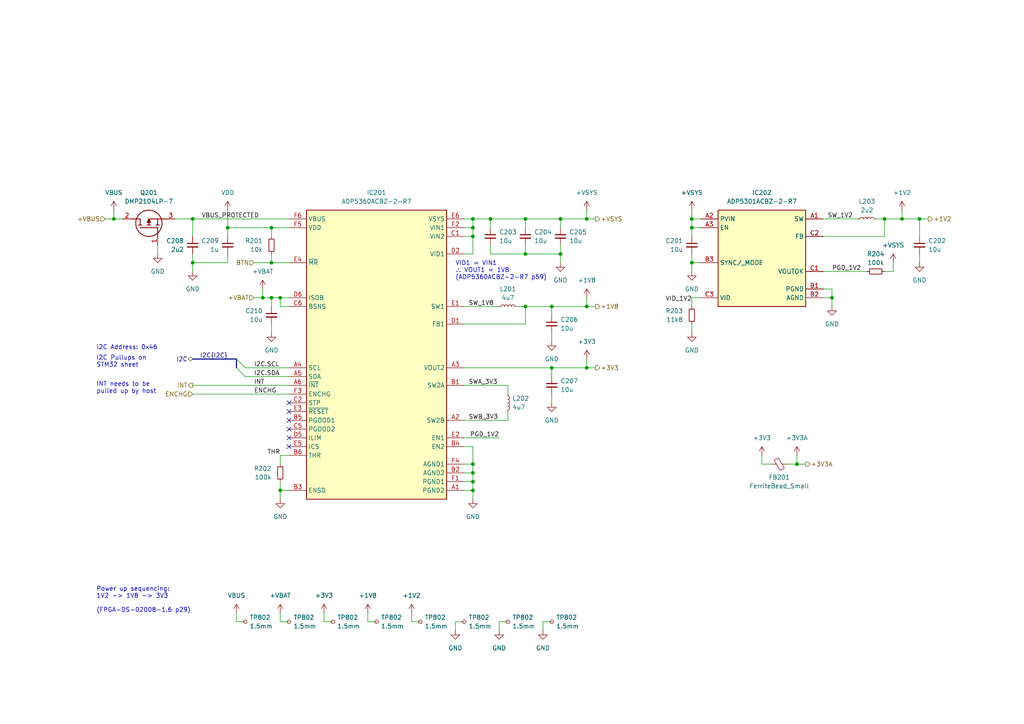
<source format=kicad_sch>
(kicad_sch (version 20230121) (generator eeschema)
  (paper "A4")
  (title_block (title "Watch Power") (date "2023-12-20") (rev "1") (comment 1 "Checked by Ben Smith on 20/12/23"))
  (lib_symbols
    (symbol "ADP5301ACBZ-2-R7:ADP5301ACBZ-2-R7"
      (property "Reference" "IC" (at 0 20.32 0))
      (property "Value" "ADP5301ACBZ-2-R7" (at 0 17.78 0))
      (symbol "ADP5301ACBZ-2-R7_1_1"
        (rectangle (start -12.7 15.24) (end 12.7 -12.7) (stroke (width 0.254)) (fill (type background)))
        (pin passive line (at 17.78 12.7 180) (length 5.08) (name "SW") (number "A1"))
        (pin passive line (at -17.78 12.7 0) (length 5.08) (name "PVIN") (number "A2"))
        (pin passive line (at -17.78 10.16 0) (length 5.08) (name "EN") (number "A3"))
        (pin passive line (at 17.78 -7.62 180) (length 5.08) (name "PGND") (number "B1"))
        (pin passive line (at 17.78 -10.16 180) (length 5.08) (name "AGND") (number "B2"))
        (pin passive line (at -17.78 0 0) (length 5.08) (name "SYNC/_MODE") (number "B3"))
        (pin passive line (at 17.78 -2.54 180) (length 5.08) (name "VOUTOK") (number "C1"))
        (pin passive line (at 17.78 7.62 180) (length 5.08) (name "FB") (number "C2"))
        (pin passive line (at -17.78 -10.16 0) (length 5.08) (name "VID") (number "C3"))
      )
    )
    (symbol "ADP5360ACBZ-2-R7:ADP5360ACBZ-2-R7"
      (property "Reference" "IC" (at 1.27 45.72 0))
      (property "Value" "ADP5360ACBZ-2-R7" (at 1.27 43.18 0))
      (symbol "ADP5360ACBZ-2-R7_1_1"
        (rectangle (start -20.32 40.64) (end 20.32 -43.18) (stroke (width 0.254)) (fill (type background)))
        (pin passive line (at 25.4 -40.64 180) (length 5.08) (name "PGND2") (number "A1"))
        (pin passive line (at 25.4 -20.32 180) (length 5.08) (name "SW2B") (number "A2"))
        (pin passive line (at 25.4 -5.08 180) (length 5.08) (name "VOUT2") (number "A3"))
        (pin passive line (at -25.4 -5.08 0) (length 5.08) (name "SCL") (number "A4"))
        (pin passive line (at -25.4 -7.62 0) (length 5.08) (name "SDA") (number "A5"))
        (pin passive line (at -25.4 -10.16 0) (length 5.08) (name "~{INT}") (number "A6"))
        (pin passive line (at 25.4 -10.16 180) (length 5.08) (name "SW2A") (number "B1"))
        (pin passive line (at 25.4 -35.56 180) (length 5.08) (name "AGND2") (number "B2"))
        (pin passive line (at -25.4 -40.64 0) (length 5.08) (name "ENSD") (number "B3"))
        (pin passive line (at 25.4 -27.94 180) (length 5.08) (name "EN2") (number "B4"))
        (pin passive line (at -25.4 -20.32 0) (length 5.08) (name "PGOOD1") (number "B5"))
        (pin passive line (at -25.4 -30.48 0) (length 5.08) (name "THR") (number "B6"))
        (pin passive line (at 25.4 33.02 180) (length 5.08) (name "VIN2") (number "C1"))
        (pin passive line (at -25.4 -15.24 0) (length 5.08) (name "STP") (number "C2"))
        (pin passive line (at -25.4 -22.86 0) (length 5.08) (name "PGOOD2") (number "C5"))
        (pin passive line (at -25.4 12.7 0) (length 5.08) (name "BSNS") (number "C6"))
        (pin passive line (at 25.4 7.62 180) (length 5.08) (name "FB1") (number "D1"))
        (pin passive line (at 25.4 27.94 180) (length 5.08) (name "VID1") (number "D2"))
        (pin passive line (at -25.4 -25.4 0) (length 5.08) (name "ILIM") (number "D5"))
        (pin passive line (at -25.4 15.24 0) (length 5.08) (name "ISOB") (number "D6"))
        (pin passive line (at 25.4 12.7 180) (length 5.08) (name "SW1") (number "E1"))
        (pin passive line (at 25.4 -25.4 180) (length 5.08) (name "EN1") (number "E2"))
        (pin passive line (at -25.4 -17.78 0) (length 5.08) (name "~{RESET}") (number "E3"))
        (pin passive line (at -25.4 25.4 0) (length 5.08) (name "~{MR}") (number "E4"))
        (pin passive line (at -25.4 -27.94 0) (length 5.08) (name "ICS") (number "E5"))
        (pin passive line (at 25.4 38.1 180) (length 5.08) (name "VSYS") (number "E6"))
        (pin passive line (at 25.4 -38.1 180) (length 5.08) (name "PGND1") (number "F1"))
        (pin passive line (at 25.4 35.56 180) (length 5.08) (name "VIN1") (number "F2"))
        (pin passive line (at -25.4 -12.7 0) (length 5.08) (name "ENCHG") (number "F3"))
        (pin passive line (at 25.4 -33.02 180) (length 5.08) (name "AGND1") (number "F4"))
        (pin passive line (at -25.4 35.56 0) (length 5.08) (name "VDD") (number "F5"))
        (pin passive line (at -25.4 38.1 0) (length 5.08) (name "VBUS") (number "F6"))
      )
    )
    (symbol "Connector:TestPoint_Small" (pin_numbers hide) (pin_names (offset 0.762) hide)
      (property "Reference" "TP" (at 0 3.81 0))
      (property "Value" "TestPoint_Small" (at 0 2.032 0))
      (symbol "TestPoint_Small_0_1"
        (circle (center 0 0) (radius 0.508))
      )
      (symbol "TestPoint_Small_1_1"
        (pin passive line (at 0 0 90) (length 0) (name "1") (number "1"))
      )
    )
    (symbol "DMP2104LP-7:DMP2104LP-7" (pin_names hide)
      (property "Reference" "Q" (at 11.43 3.81 0))
      (property "Value" "DMP2104LP-7" (at 11.43 1.27 0))
      (symbol "DMP2104LP-7_1_1"
        (polyline (pts (xy 2.54 0) (xy 5.08 0)) (stroke (width 0.254)))
        (polyline (pts (xy 5.08 5.08) (xy 5.08 0)) (stroke (width 0.254)))
        (polyline (pts (xy 5.842 -0.508) (xy 5.842 0.508)) (stroke (width 0.254)))
        (polyline (pts (xy 5.842 0) (xy 7.62 0)) (stroke (width 0.254)))
        (polyline (pts (xy 5.842 2.032) (xy 5.842 3.048)) (stroke (width 0.254)))
        (polyline (pts (xy 5.842 5.588) (xy 5.842 4.572)) (stroke (width 0.254)))
        (polyline (pts (xy 7.62 2.54) (xy 5.842 2.54)) (stroke (width 0.254)))
        (polyline (pts (xy 7.62 2.54) (xy 7.62 -2.54)) (stroke (width 0.254)))
        (polyline (pts (xy 7.62 5.08) (xy 5.842 5.08)) (stroke (width 0.254)))
        (polyline (pts (xy 7.62 5.08) (xy 7.62 7.62)) (stroke (width 0.254)))
        (polyline (pts (xy 7.62 2.54) (xy 6.604 3.048) (xy 6.604 2.032) (xy 7.62 2.54)) (stroke (width 0.254)) (fill (type outline)))
        (circle (center 6.35 2.54) (radius 3.81) (stroke (width 0.254)))
        (pin passive line (at 0 0 0) (length 2.54) (name "G") (number "1"))
        (pin passive line (at 7.62 10.16 270) (length 2.54) (name "D") (number "2"))
        (pin passive line (at 7.62 -5.08 90) (length 2.54) (name "S") (number "3"))
      )
    )
    (symbol "Device:C_Small" (pin_numbers hide) (pin_names (offset 0.254) hide)
      (property "Reference" "C" (at 0.254 1.778 0))
      (property "Value" "C_Small" (at 0.254 -2.032 0))
      (symbol "C_Small_0_1"
        (polyline (pts (xy -1.524 -0.508) (xy 1.524 -0.508)) (stroke (width 0.3302)))
        (polyline (pts (xy -1.524 0.508) (xy 1.524 0.508)) (stroke (width 0.3048)))
      )
      (symbol "C_Small_1_1"
        (pin passive line (at 0 2.54 270) (length 2.032) (name "~") (number "1"))
        (pin passive line (at 0 -2.54 90) (length 2.032) (name "~") (number "2"))
      )
    )
    (symbol "Device:FerriteBead_Small" (pin_numbers hide) (pin_names (offset 0))
      (property "Reference" "FB" (at 1.905 1.27 0))
      (property "Value" "FerriteBead_Small" (at 1.905 -1.27 0))
      (symbol "FerriteBead_Small_0_1"
        (polyline (pts (xy 0 -1.27) (xy 0 -0.7874)))
        (polyline (pts (xy 0 0.889) (xy 0 1.2954)))
        (polyline (pts (xy -1.8288 0.2794) (xy -1.1176 1.4986) (xy 1.8288 -0.2032) (xy 1.1176 -1.4224) (xy -1.8288 0.2794)))
      )
      (symbol "FerriteBead_Small_1_1"
        (pin passive line (at 0 2.54 270) (length 1.27) (name "~") (number "1"))
        (pin passive line (at 0 -2.54 90) (length 1.27) (name "~") (number "2"))
      )
    )
    (symbol "Device:L_Small" (pin_numbers hide) (pin_names (offset 0.254) hide)
      (property "Reference" "L" (at 0.762 1.016 0))
      (property "Value" "L_Small" (at 0.762 -1.016 0))
      (symbol "L_Small_0_1"
        (arc (start 0 -2.032) (mid 0.5058 -1.524) (end 0 -1.016))
        (arc (start 0 -1.016) (mid 0.5058 -0.508) (end 0 0))
        (arc (start 0 0) (mid 0.5058 0.508) (end 0 1.016))
        (arc (start 0 1.016) (mid 0.5058 1.524) (end 0 2.032))
      )
      (symbol "L_Small_1_1"
        (pin passive line (at 0 2.54 270) (length 0.508) (name "~") (number "1"))
        (pin passive line (at 0 -2.54 90) (length 0.508) (name "~") (number "2"))
      )
    )
    (symbol "Device:R_Small" (pin_numbers hide) (pin_names (offset 0.254) hide)
      (property "Reference" "R" (at 0.762 0.508 0))
      (property "Value" "R_Small" (at 0.762 -1.016 0))
      (symbol "R_Small_0_1"
        (rectangle (start -0.762 1.778) (end 0.762 -1.778) (stroke (width 0.2032)))
      )
      (symbol "R_Small_1_1"
        (pin passive line (at 0 2.54 270) (length 0.762) (name "~") (number "1"))
        (pin passive line (at 0 -2.54 90) (length 0.762) (name "~") (number "2"))
      )
    )
    (symbol "power:+1V2" (power) (pin_names (offset 0))
      (property "Value" "+1V2" (at 0 3.556 0))
      (symbol "+1V2_0_1"
        (polyline (pts (xy -0.762 1.27) (xy 0 2.54)))
        (polyline (pts (xy 0 0) (xy 0 2.54)))
        (polyline (pts (xy 0 2.54) (xy 0.762 1.27)))
      )
      (symbol "+1V2_1_1"
        (pin power_in line (at 0 0 90) (length 0) hide (name "+1V2") (number "1"))
      )
    )
    (symbol "power:+1V8" (power) (pin_names (offset 0))
      (property "Value" "+1V8" (at 0 3.556 0))
      (symbol "+1V8_0_1"
        (polyline (pts (xy -0.762 1.27) (xy 0 2.54)))
        (polyline (pts (xy 0 0) (xy 0 2.54)))
        (polyline (pts (xy 0 2.54) (xy 0.762 1.27)))
      )
      (symbol "+1V8_1_1"
        (pin power_in line (at 0 0 90) (length 0) hide (name "+1V8") (number "1"))
      )
    )
    (symbol "power:+3V3" (power) (pin_names (offset 0))
      (property "Value" "+3V3" (at 0 3.556 0))
      (symbol "+3V3_0_1"
        (polyline (pts (xy -0.762 1.27) (xy 0 2.54)))
        (polyline (pts (xy 0 0) (xy 0 2.54)))
        (polyline (pts (xy 0 2.54) (xy 0.762 1.27)))
      )
      (symbol "+3V3_1_1"
        (pin power_in line (at 0 0 90) (length 0) hide (name "+3V3") (number "1"))
      )
    )
    (symbol "power:GND" (power) (pin_names (offset 0))
      (property "Value" "GND" (at 0 -3.81 0))
      (symbol "GND_0_1"
        (polyline (pts (xy 0 0) (xy 0 -1.27) (xy 1.27 -1.27) (xy 0 -2.54) (xy -1.27 -1.27) (xy 0 -1.27)))
      )
      (symbol "GND_1_1"
        (pin power_in line (at 0 0 270) (length 0) hide (name "GND") (number "1"))
      )
    )
    (symbol "power:VBUS" (power) (pin_names (offset 0))
      (property "Value" "VBUS" (at 0 3.81 0))
      (symbol "VBUS_0_1"
        (polyline (pts (xy -0.762 1.27) (xy 0 2.54)))
        (polyline (pts (xy 0 0) (xy 0 2.54)))
        (polyline (pts (xy 0 2.54) (xy 0.762 1.27)))
      )
      (symbol "VBUS_1_1"
        (pin power_in line (at 0 0 90) (length 0) hide (name "VBUS") (number "1"))
      )
    )
    (symbol "power:VDD" (power) (pin_names (offset 0))
      (property "Value" "VDD" (at 0 3.81 0))
      (symbol "VDD_0_1"
        (polyline (pts (xy -0.762 1.27) (xy 0 2.54)))
        (polyline (pts (xy 0 0) (xy 0 2.54)))
        (polyline (pts (xy 0 2.54) (xy 0.762 1.27)))
      )
      (symbol "VDD_1_1"
        (pin power_in line (at 0 0 90) (length 0) hide (name "VDD") (number "1"))
      )
    )
    (symbol "watch_symbols_lib:+3V3A" (power) (pin_names (offset 0))
      (property "Value" "+3V3A" (at 0 3.556 0))
      (symbol "+3V3A_0_1"
        (polyline (pts (xy -0.762 1.27) (xy 0 2.54)))
        (polyline (pts (xy 0 0) (xy 0 2.54)))
        (polyline (pts (xy 0 2.54) (xy 0.762 1.27)))
      )
      (symbol "+3V3A_1_1"
        (pin power_in line (at 0 0 90) (length 0) hide (name "+3V3A") (number "1"))
      )
    )
    (symbol "watch_symbols_lib:+VBAT" (power) (pin_names (offset 0))
      (property "Value" "+VBAT" (at 0 3.556 0))
      (symbol "+VBAT_0_1"
        (polyline (pts (xy -0.762 1.27) (xy 0 2.54)))
        (polyline (pts (xy 0 0) (xy 0 2.54)))
        (polyline (pts (xy 0 2.54) (xy 0.762 1.27)))
      )
      (symbol "+VBAT_1_1"
        (pin power_in line (at 0 0 90) (length 0) hide (name "+VBAT") (number "1"))
      )
    )
    (symbol "watch_symbols_lib:+VSYS" (power) (pin_names (offset 0))
      (property "Value" "+VSYS" (at 0 3.556 0))
      (symbol "+VSYS_0_1"
        (polyline (pts (xy -0.762 1.27) (xy 0 2.54)))
        (polyline (pts (xy 0 0) (xy 0 2.54)))
        (polyline (pts (xy 0 2.54) (xy 0.762 1.27)))
      )
      (symbol "+VSYS_1_1"
        (pin power_in line (at 0 0 90) (length 0) hide (name "+VSYS") (number "1"))
      )
    )
  )
  (junction (at 81.28 86.36))
  (junction (at 152.4 88.9))
  (junction (at 81.28 142.24))
  (junction (at 55.88 76.2))
  (junction (at 200.66 63.5))
  (junction (at 170.18 106.68))
  (junction (at 160.02 106.68))
  (junction (at 76.2 86.36))
  (junction (at 142.24 63.5))
  (junction (at 261.62 63.5))
  (junction (at 162.56 73.66))
  (junction (at 137.16 139.7))
  (junction (at 266.7 63.5))
  (junction (at 170.18 88.9))
  (junction (at 256.54 63.5))
  (junction (at 137.16 142.24))
  (junction (at 200.66 76.2))
  (junction (at 160.02 88.9))
  (junction (at 231.14 134.62))
  (junction (at 137.16 137.16))
  (junction (at 137.16 68.58))
  (junction (at 137.16 134.62))
  (junction (at 170.18 63.5))
  (junction (at 137.16 66.04))
  (junction (at 200.66 66.04))
  (junction (at 33.02 63.5))
  (junction (at 78.74 66.04))
  (junction (at 152.4 73.66))
  (junction (at 66.04 66.04))
  (junction (at 162.56 63.5))
  (junction (at 152.4 63.5))
  (junction (at 241.3 86.36))
  (junction (at 78.74 76.2))
  (junction (at 55.88 63.5))
  (junction (at 78.74 86.36))
  (junction (at 137.16 63.5))
  (no_connect (at 83.82 119.38))
  (no_connect (at 83.82 127))
  (no_connect (at 83.82 121.92))
  (no_connect (at 83.82 124.46))
  (no_connect (at 83.82 129.54))
  (no_connect (at 83.82 116.84))
  (bus_entry (at 68.58 106.68) (size 2.54 2.54))
  (bus_entry (at 68.58 104.14) (size 2.54 2.54))
  (wire (pts (xy 73.66 86.36) (xy 76.2 86.36)))
  (wire (pts (xy 160.02 106.68) (xy 170.18 106.68)))
  (wire (pts (xy 144.78 180.34) (xy 147.32 180.34)))
  (wire (pts (xy 144.78 182.88) (xy 144.78 180.34)))
  (wire (pts (xy 238.76 63.5) (xy 248.92 63.5)))
  (wire (pts (xy 137.16 134.62) (xy 134.62 134.62)))
  (wire (pts (xy 33.02 63.5) (xy 35.56 63.5)))
  (bus (pts (xy 68.58 104.14) (xy 68.58 106.68)))
  (wire (pts (xy 66.04 68.58) (xy 66.04 66.04)))
  (wire (pts (xy 134.62 66.04) (xy 137.16 66.04)))
  (wire (pts (xy 228.6 134.62) (xy 231.14 134.62)))
  (wire (pts (xy 231.14 132.08) (xy 231.14 134.62)))
  (wire (pts (xy 30.48 63.5) (xy 33.02 63.5)))
  (wire (pts (xy 266.7 63.5) (xy 269.24 63.5)))
  (wire (pts (xy 162.56 63.5) (xy 162.56 66.04)))
  (wire (pts (xy 238.76 86.36) (xy 241.3 86.36)))
  (wire (pts (xy 238.76 78.74) (xy 251.46 78.74)))
  (wire (pts (xy 152.4 73.66) (xy 162.56 73.66)))
  (wire (pts (xy 266.7 76.2) (xy 266.7 73.66)))
  (wire (pts (xy 170.18 106.68) (xy 172.72 106.68)))
  (wire (pts (xy 162.56 73.66) (xy 162.56 71.12)))
  (wire (pts (xy 68.58 177.8) (xy 68.58 180.34)))
  (wire (pts (xy 160.02 88.9) (xy 170.18 88.9)))
  (wire (pts (xy 137.16 139.7) (xy 137.16 137.16)))
  (wire (pts (xy 266.7 63.5) (xy 266.7 68.58)))
  (wire (pts (xy 134.62 142.24) (xy 137.16 142.24)))
  (wire (pts (xy 170.18 63.5) (xy 170.18 60.96)))
  (wire (pts (xy 256.54 63.5) (xy 254 63.5)))
  (wire (pts (xy 200.66 63.5) (xy 200.66 66.04)))
  (wire (pts (xy 81.28 134.62) (xy 81.28 132.08)))
  (wire (pts (xy 76.2 86.36) (xy 76.2 83.82)))
  (wire (pts (xy 259.08 78.74) (xy 256.54 78.74)))
  (wire (pts (xy 200.66 88.9) (xy 200.66 86.36)))
  (wire (pts (xy 66.04 76.2) (xy 55.88 76.2)))
  (wire (pts (xy 231.14 134.62) (xy 233.68 134.62)))
  (wire (pts (xy 200.66 76.2) (xy 203.2 76.2)))
  (wire (pts (xy 71.12 109.22) (xy 83.82 109.22)))
  (wire (pts (xy 261.62 60.96) (xy 261.62 63.5)))
  (wire (pts (xy 71.12 106.68) (xy 83.82 106.68)))
  (wire (pts (xy 134.62 88.9) (xy 144.78 88.9)))
  (wire (pts (xy 132.08 180.34) (xy 134.62 180.34)))
  (wire (pts (xy 200.66 63.5) (xy 203.2 63.5)))
  (wire (pts (xy 55.88 114.3) (xy 83.82 114.3)))
  (wire (pts (xy 170.18 88.9) (xy 172.72 88.9)))
  (wire (pts (xy 142.24 73.66) (xy 152.4 73.66)))
  (wire (pts (xy 220.98 132.08) (xy 220.98 134.62)))
  (wire (pts (xy 152.4 93.98) (xy 152.4 88.9)))
  (wire (pts (xy 152.4 63.5) (xy 162.56 63.5)))
  (wire (pts (xy 241.3 83.82) (xy 238.76 83.82)))
  (wire (pts (xy 142.24 73.66) (xy 142.24 71.12)))
  (wire (pts (xy 55.88 111.76) (xy 83.82 111.76)))
  (wire (pts (xy 73.66 76.2) (xy 78.74 76.2)))
  (wire (pts (xy 152.4 88.9) (xy 160.02 88.9)))
  (wire (pts (xy 157.48 182.88) (xy 157.48 180.34)))
  (wire (pts (xy 81.28 88.9) (xy 81.28 86.36)))
  (wire (pts (xy 137.16 144.78) (xy 137.16 142.24)))
  (wire (pts (xy 134.62 129.54) (xy 137.16 129.54)))
  (wire (pts (xy 147.32 111.76) (xy 147.32 114.3)))
  (wire (pts (xy 134.62 63.5) (xy 137.16 63.5)))
  (wire (pts (xy 134.62 127) (xy 144.78 127)))
  (wire (pts (xy 160.02 114.3) (xy 160.02 116.84)))
  (wire (pts (xy 162.56 63.5) (xy 170.18 63.5)))
  (wire (pts (xy 78.74 66.04) (xy 83.82 66.04)))
  (wire (pts (xy 170.18 86.36) (xy 170.18 88.9)))
  (wire (pts (xy 137.16 66.04) (xy 137.16 63.5)))
  (wire (pts (xy 137.16 63.5) (xy 142.24 63.5)))
  (wire (pts (xy 45.72 71.12) (xy 45.72 73.66)))
  (wire (pts (xy 106.68 177.8) (xy 106.68 180.34)))
  (wire (pts (xy 81.28 139.7) (xy 81.28 142.24)))
  (wire (pts (xy 50.8 63.5) (xy 55.88 63.5)))
  (wire (pts (xy 119.38 180.34) (xy 121.92 180.34)))
  (wire (pts (xy 81.28 142.24) (xy 83.82 142.24)))
  (wire (pts (xy 256.54 68.58) (xy 256.54 63.5)))
  (wire (pts (xy 137.16 73.66) (xy 137.16 68.58)))
  (wire (pts (xy 152.4 63.5) (xy 152.4 66.04)))
  (wire (pts (xy 200.66 66.04) (xy 200.66 68.58)))
  (wire (pts (xy 78.74 96.52) (xy 78.74 93.98)))
  (wire (pts (xy 134.62 121.92) (xy 147.32 121.92)))
  (wire (pts (xy 106.68 180.34) (xy 109.22 180.34)))
  (wire (pts (xy 33.02 60.96) (xy 33.02 63.5)))
  (wire (pts (xy 200.66 96.52) (xy 200.66 93.98)))
  (wire (pts (xy 55.88 76.2) (xy 55.88 78.74)))
  (wire (pts (xy 170.18 104.14) (xy 170.18 106.68)))
  (wire (pts (xy 78.74 76.2) (xy 83.82 76.2)))
  (wire (pts (xy 142.24 63.5) (xy 152.4 63.5)))
  (wire (pts (xy 66.04 73.66) (xy 66.04 76.2)))
  (wire (pts (xy 78.74 73.66) (xy 78.74 76.2)))
  (wire (pts (xy 81.28 144.78) (xy 81.28 142.24)))
  (wire (pts (xy 160.02 88.9) (xy 160.02 91.44)))
  (wire (pts (xy 170.18 63.5) (xy 172.72 63.5)))
  (wire (pts (xy 162.56 76.2) (xy 162.56 73.66)))
  (wire (pts (xy 200.66 73.66) (xy 200.66 76.2)))
  (wire (pts (xy 55.88 76.2) (xy 55.88 73.66)))
  (wire (pts (xy 241.3 86.36) (xy 241.3 83.82)))
  (wire (pts (xy 78.74 86.36) (xy 81.28 86.36)))
  (wire (pts (xy 81.28 132.08) (xy 83.82 132.08)))
  (wire (pts (xy 93.98 177.8) (xy 93.98 180.34)))
  (wire (pts (xy 134.62 111.76) (xy 147.32 111.76)))
  (wire (pts (xy 68.58 180.34) (xy 71.12 180.34)))
  (wire (pts (xy 261.62 63.5) (xy 266.7 63.5)))
  (wire (pts (xy 142.24 63.5) (xy 142.24 66.04)))
  (wire (pts (xy 152.4 88.9) (xy 149.86 88.9)))
  (wire (pts (xy 152.4 73.66) (xy 152.4 71.12)))
  (wire (pts (xy 76.2 86.36) (xy 78.74 86.36)))
  (wire (pts (xy 200.66 86.36) (xy 203.2 86.36)))
  (wire (pts (xy 200.66 78.74) (xy 200.66 76.2)))
  (wire (pts (xy 256.54 63.5) (xy 261.62 63.5)))
  (wire (pts (xy 137.16 139.7) (xy 134.62 139.7)))
  (wire (pts (xy 137.16 129.54) (xy 137.16 134.62)))
  (wire (pts (xy 83.82 86.36) (xy 81.28 86.36)))
  (wire (pts (xy 55.88 63.5) (xy 83.82 63.5)))
  (wire (pts (xy 66.04 66.04) (xy 78.74 66.04)))
  (wire (pts (xy 157.48 180.34) (xy 160.02 180.34)))
  (wire (pts (xy 134.62 137.16) (xy 137.16 137.16)))
  (wire (pts (xy 134.62 93.98) (xy 152.4 93.98)))
  (wire (pts (xy 119.38 177.8) (xy 119.38 180.34)))
  (wire (pts (xy 137.16 137.16) (xy 137.16 134.62)))
  (wire (pts (xy 78.74 86.36) (xy 78.74 88.9)))
  (wire (pts (xy 137.16 68.58) (xy 137.16 66.04)))
  (wire (pts (xy 200.66 60.96) (xy 200.66 63.5)))
  (wire (pts (xy 238.76 68.58) (xy 256.54 68.58)))
  (wire (pts (xy 81.28 177.8) (xy 81.28 180.34)))
  (wire (pts (xy 259.08 76.2) (xy 259.08 78.74)))
  (wire (pts (xy 134.62 73.66) (xy 137.16 73.66)))
  (wire (pts (xy 137.16 142.24) (xy 137.16 139.7)))
  (bus (pts (xy 68.58 104.14) (xy 55.88 104.14)))
  (wire (pts (xy 55.88 63.5) (xy 55.88 68.58)))
  (wire (pts (xy 78.74 66.04) (xy 78.74 68.58)))
  (wire (pts (xy 220.98 134.62) (xy 223.52 134.62)))
  (wire (pts (xy 160.02 96.52) (xy 160.02 99.06)))
  (wire (pts (xy 83.82 88.9) (xy 81.28 88.9)))
  (wire (pts (xy 241.3 88.9) (xy 241.3 86.36)))
  (wire (pts (xy 81.28 180.34) (xy 83.82 180.34)))
  (wire (pts (xy 132.08 182.88) (xy 132.08 180.34)))
  (wire (pts (xy 134.62 68.58) (xy 137.16 68.58)))
  (wire (pts (xy 147.32 119.38) (xy 147.32 121.92)))
  (wire (pts (xy 66.04 60.96) (xy 66.04 66.04)))
  (wire (pts (xy 93.98 180.34) (xy 96.52 180.34)))
  (wire (pts (xy 134.62 106.68) (xy 160.02 106.68)))
  (wire (pts (xy 200.66 66.04) (xy 203.2 66.04)))
  (wire (pts (xy 160.02 106.68) (xy 160.02 109.22)))
  (text "VID1 = VIN1\n∴ VOUT1 = 1V8\n(ADP5360ACBZ-2-R7 p59)" (at 132.08 81.28 0) (effects (font (size 1.27 1.27)) (justify left bottom)))
  (text "INT needs to be\npulled up by host" (at 27.94 114.3 0) (effects (font (size 1.27 1.27)) (justify left bottom)))
  (text "Power up sequencing:\n1V2 -> 1V8 -> 3V3\n\n(FPGA-DS-02008-1.6 p29)" (at 27.94 177.8 0) (effects (font (size 1.27 1.27)) (justify left bottom)))
  (text "I2C Address: 0x46" (at 27.94 101.6 0) (effects (font (size 1.27 1.27)) (justify left bottom)))
  (text "I2C Pullups on\nSTM32 sheet" (at 27.94 106.68 0) (effects (font (size 1.27 1.27)) (justify left bottom)))
  (label "VBUS_PROTECTED" (at 58.42 63.5 0))
  (label "INT" (at 73.66 111.76 0))
  (label "I2C{I2C}" (at 66.04 104.14 180))
  (label "THR" (at 81.28 132.08 180))
  (label "SW_1V8" (at 135.89 88.9 0))
  (label "I2C.SCL" (at 73.66 106.68 0))
  (label "PGD_1V2" (at 241.3 78.74 0))
  (label "SWA_3V3" (at 135.89 111.76 0))
  (label "SW_1V2" (at 240.03 63.5 0))
  (label "SWB_3V3" (at 135.89 121.92 0))
  (label "PGD_1V2" (at 144.78 127 180))
  (label "I2C.SDA" (at 73.66 109.22 0))
  (label "ENCHG" (at 73.66 114.3 0))
  (label "VID_1V2" (at 200.66 87.63 180))
  (hierarchical_label "+VSYS" (shape output) (at 172.72 63.5 0))
  (hierarchical_label "+VBUS" (shape input) (at 30.48 63.5 180))
  (hierarchical_label "+3V3" (shape output) (at 172.72 106.68 0))
  (hierarchical_label "+VBAT" (shape input) (at 73.66 86.36 180))
  (hierarchical_label "BTN" (shape input) (at 73.66 76.2 180))
  (hierarchical_label "INT" (shape output) (at 55.88 111.76 180))
  (hierarchical_label "+1V2" (shape output) (at 269.24 63.5 0))
  (hierarchical_label "+1V8" (shape output) (at 172.72 88.9 0))
  (hierarchical_label "+3V3A" (shape output) (at 233.68 134.62 0))
  (hierarchical_label "I2C" (shape bidirectional) (at 55.88 104.14 180) (property "DSI" "DSI" (effects hide)))
  (hierarchical_label "ENCHG" (shape input) (at 55.88 114.3 180))
  (symbol (lib_id "power:GND") (at 81.28 144.78 0) (unit 1)
    (property "Reference" "#PWR0204" (effects hide))
    (property "Value" "GND" (at 81.28 149.86 0))
  )
  (symbol (lib_id "power:GND") (at 241.3 88.9 0) (unit 1)
    (property "Reference" "#PWR0214" (effects hide))
    (property "Value" "GND" (at 241.3 93.98 0))
  )
  (symbol (lib_id "Connector:TestPoint_Small") (at 109.22 180.34 0) (unit 1)
    (property "Reference" "TP802" (at 110.49 179.07 0) (effects (justify left)))
    (property "Value" "1.5mm" (at 110.49 181.61 0) (effects (justify left)))
    (property "Footprint" "TestPoint:TestPoint_Pad_D1.5mm" (effects hide))
    (instances (project "watch_main" (path "" (reference "TP802") (unit 1)) (path "" (reference "TP203") (unit 1))))
  )
  (symbol (lib_id "Device:R_Small") (at 81.28 137.16 0) (mirror y) (unit 1)
    (property "Reference" "R202" (at 78.74 135.89 0) (effects (justify left)))
    (property "Value" "100k" (at 78.74 138.43 0) (effects (justify left)))
    (property "Footprint" "Resistor_SMD:R_0402_1005Metric" (effects hide))
  )
  (symbol (lib_id "power:GND") (at 160.02 116.84 0) (unit 1)
    (property "Reference" "#PWR0218" (effects hide))
    (property "Value" "GND" (at 160.02 121.92 0))
  )
  (symbol (lib_id "watch_symbols_lib:+VBAT") (at 81.28 177.8 0) (unit 1)
    (property "Reference" "#PWR0227" (effects hide))
    (property "Value" "+VBAT" (at 81.28 172.72 0))
  )
  (symbol (lib_id "power:GND") (at 144.78 182.88 0) (unit 1)
    (property "Reference" "#PWR0230" (effects hide))
    (property "Value" "GND" (at 144.78 187.96 0))
  )
  (symbol (lib_id "Connector:TestPoint_Small") (at 121.92 180.34 0) (unit 1)
    (property "Reference" "TP802" (at 123.19 179.07 0) (effects (justify left)))
    (property "Value" "1.5mm" (at 123.19 181.61 0) (effects (justify left)))
    (property "Footprint" "TestPoint:TestPoint_Pad_D1.5mm" (effects hide))
    (instances (project "watch_main" (path "" (reference "TP802") (unit 1)) (path "" (reference "TP201") (unit 1))))
  )
  (symbol (lib_id "Device:C_Small") (at 55.88 71.12 0) (mirror y) (unit 1)
    (property "Reference" "C208" (at 53.34 69.8563 0) (effects (justify left)))
    (property "Value" "2u2" (at 53.34 72.3963 0) (effects (justify left)))
    (property "Footprint" "Capacitor_SMD:C_0402_1005Metric" (effects hide))
  )
  (symbol (lib_id "Device:C_Small") (at 160.02 111.76 0) (unit 1)
    (property "Reference" "C207" (at 162.56 110.4963 0) (effects (justify left)))
    (property "Value" "10u" (at 162.56 113.0363 0) (effects (justify left)))
    (property "Footprint" "Capacitor_SMD:C_0402_1005Metric" (effects hide))
  )
  (symbol (lib_id "ADP5360ACBZ-2-R7:ADP5360ACBZ-2-R7") (at 109.22 101.6 0) (unit 1)
    (property "Reference" "IC201" (at 109.22 55.88 0))
    (property "Value" "ADP5360ACBZ-2-R7" (at 109.22 58.42 0))
    (property "Footprint" "watch_footprints:ADP5360ACBZ1R7" (effects hide))
    (property "Datasheet" "https://static6.arrow.com/aropdfconversion/942f247d1889decade131896ebbd71237a4d497d/adp5360.pdf" (effects hide))
    (property "Height" "0.56" (effects hide))
    (property "Mouser Part Number" "584-ADP5360ACBZ-2-R7" (effects hide))
    (property "Mouser Price/Stock" "https://www.mouser.co.uk/ProductDetail/Analog-Devices/ADP5360ACBZ-2-R7?qs=GBLSl2AkirtayaN8yEOC7w%3D%3D" (effects hide))
    (property "Manufacturer_Name" "Analog Devices" (effects hide))
    (property "Manufacturer_Part_Number" "ADP5360ACBZ-2-R7" (effects hide))
  )
  (symbol (lib_id "Connector:TestPoint_Small") (at 96.52 180.34 0) (unit 1)
    (property "Reference" "TP802" (at 97.79 179.07 0) (effects (justify left)))
    (property "Value" "1.5mm" (at 97.79 181.61 0) (effects (justify left)))
    (property "Footprint" "TestPoint:TestPoint_Pad_D1.5mm" (effects hide))
    (instances (project "watch_main" (path "" (reference "TP802") (unit 1)) (path "" (reference "TP202") (unit 1))))
  )
  (symbol (lib_id "Device:C_Small") (at 142.24 68.58 0) (unit 1)
    (property "Reference" "C203" (at 144.78 67.3163 0) (effects (justify left)))
    (property "Value" "10u" (at 144.78 69.8563 0) (effects (justify left)))
    (property "Footprint" "Capacitor_SMD:C_0402_1005Metric" (effects hide))
  )
  (symbol (lib_id "Device:C_Small") (at 66.04 71.12 0) (mirror y) (unit 1)
    (property "Reference" "C209" (at 63.5 69.8563 0) (effects (justify left)))
    (property "Value" "1u" (at 63.5 72.3963 0) (effects (justify left)))
    (property "Footprint" "Capacitor_SMD:C_0402_1005Metric" (effects hide))
  )
  (symbol (lib_id "power:+1V2") (at 261.62 60.96 0) (unit 1)
    (property "Reference" "#PWR0215" (effects hide))
    (property "Value" "+1V2" (at 261.62 55.88 0))
  )
  (symbol (lib_id "ADP5301ACBZ-2-R7:ADP5301ACBZ-2-R7") (at 220.98 76.2 0) (unit 1)
    (property "Reference" "IC202" (at 220.98 55.88 0))
    (property "Value" "ADP5301ACBZ-2-R7" (at 220.98 58.42 0))
    (property "Footprint" "watch_footprints:BGA9C50P3X3_165X187X66" (effects hide))
    (property "Datasheet" "http://www.analog.com/media/en/technical-documentation/data-sheets/ADP5301.pdf" (effects hide))
    (property "Height" "0.66" (effects hide))
    (property "Mouser Part Number" "584-ADP5301ACBZ-2-R7" (effects hide))
    (property "Mouser Price/Stock" "https://www.mouser.co.uk/ProductDetail/Analog-Devices/ADP5301ACBZ-3-R7?qs=pL1yUmdQS8m1rgSr%252BoQAPA%3D%3D" (effects hide))
    (property "Manufacturer_Name" "Analog Devices" (effects hide))
    (property "Manufacturer_Part_Number" "ADP5301ACBZ-2-R7" (effects hide))
  )
  (symbol (lib_id "watch_symbols_lib:+VSYS") (at 200.66 60.96 0) (unit 1)
    (property "Reference" "#PWR0211" (effects hide))
    (property "Value" "+VSYS" (at 200.66 55.88 0))
  )
  (symbol (lib_id "power:+1V8") (at 106.68 177.8 0) (unit 1)
    (property "Reference" "#PWR0226" (effects hide))
    (property "Value" "+1V8" (at 106.68 172.72 0))
  )
  (symbol (lib_id "Connector:TestPoint_Small") (at 71.12 180.34 0) (unit 1)
    (property "Reference" "TP802" (at 72.39 179.07 0) (effects (justify left)))
    (property "Value" "1.5mm" (at 72.39 181.61 0) (effects (justify left)))
    (property "Footprint" "TestPoint:TestPoint_Pad_D1.5mm" (effects hide))
    (instances (project "watch_main" (path "" (reference "TP802") (unit 1)) (path "" (reference "TP205") (unit 1))))
  )
  (symbol (lib_id "power:GND") (at 137.16 144.78 0) (unit 1)
    (property "Reference" "#PWR0207" (effects hide))
    (property "Value" "GND" (at 137.16 149.86 0))
  )
  (symbol (lib_id "DMP2104LP-7:DMP2104LP-7") (at 45.72 71.12 90) (unit 1)
    (property "Reference" "Q201" (at 43.18 55.88 90))
    (property "Value" "DMP2104LP-7" (at 43.18 58.42 90))
    (property "Footprint" "watch_footprints:DMP2104LP7" (effects hide))
    (property "Datasheet" "https://componentsearchengine.com/Datasheets/2/DMP2104LP-7.pdf" (effects hide))
    (property "Height" "0.53" (effects hide))
    (property "Mouser Part Number" "621-DMP2104LP-7" (effects hide))
    (property "Mouser Price/Stock" "https://www.mouser.co.uk/ProductDetail/Diodes-Incorporated/DMP2104LP-7?qs=R%252By5Lqt1H6xg6KRllhPj7w%3D%3D" (effects hide))
    (property "Manufacturer_Name" "Diodes Incorporated" (effects hide))
    (property "Manufacturer_Part_Number" "DMP2104LP-7" (effects hide))
  )
  (symbol (lib_id "power:+3V3") (at 93.98 177.8 0) (unit 1)
    (property "Reference" "#PWR0225" (effects hide))
    (property "Value" "+3V3" (at 93.98 172.72 0))
  )
  (symbol (lib_id "Connector:TestPoint_Small") (at 83.82 180.34 0) (unit 1)
    (property "Reference" "TP802" (at 85.09 179.07 0) (effects (justify left)))
    (property "Value" "1.5mm" (at 85.09 181.61 0) (effects (justify left)))
    (property "Footprint" "TestPoint:TestPoint_Pad_D1.5mm" (effects hide))
    (instances (project "watch_main" (path "" (reference "TP802") (unit 1)) (path "" (reference "TP204") (unit 1))))
  )
  (symbol (lib_id "power:GND") (at 45.72 73.66 0) (unit 1)
    (property "Reference" "#PWR0220" (effects hide))
    (property "Value" "GND" (at 45.72 78.74 0))
  )
  (symbol (lib_id "power:GND") (at 160.02 99.06 0) (unit 1)
    (property "Reference" "#PWR0217" (effects hide))
    (property "Value" "GND" (at 160.02 104.14 0))
  )
  (symbol (lib_id "power:+1V2") (at 119.38 177.8 0) (unit 1)
    (property "Reference" "#PWR0224" (effects hide))
    (property "Value" "+1V2" (at 119.38 172.72 0))
  )
  (symbol (lib_id "Device:L_Small") (at 251.46 63.5 90) (unit 1)
    (property "Reference" "L203" (at 251.46 58.42 90))
    (property "Value" "2u2" (at 251.46 60.96 90))
    (property "Footprint" "Inductor_SMD:L_TDK_MLZ1608" (effects hide))
  )
  (symbol (lib_id "watch_symbols_lib:+VSYS") (at 259.08 76.2 0) (unit 1)
    (property "Reference" "#PWR0223" (effects hide))
    (property "Value" "+VSYS" (at 259.08 71.12 0))
  )
  (symbol (lib_id "Device:FerriteBead_Small") (at 226.06 134.62 90) (mirror x) (unit 1)
    (property "Reference" "FB201" (at 226.0219 138.43 90))
    (property "Value" "FerriteBead_Small" (at 226.0219 140.97 90))
    (property "Footprint" "Resistor_SMD:R_0402_1005Metric" (effects hide))
  )
  (symbol (lib_id "power:VBUS") (at 33.02 60.96 0) (unit 1)
    (property "Reference" "#PWR0201" (effects hide))
    (property "Value" "VBUS" (at 33.02 55.88 0))
  )
  (symbol (lib_id "Device:R_Small") (at 254 78.74 90) (unit 1)
    (property "Reference" "R204" (at 254 73.66 90))
    (property "Value" "100k" (at 254 76.2 90))
    (property "Footprint" "Resistor_SMD:R_0402_1005Metric" (effects hide))
  )
  (symbol (lib_id "Device:C_Small") (at 266.7 71.12 0) (unit 1)
    (property "Reference" "C202" (at 269.24 69.8563 0) (effects (justify left)))
    (property "Value" "10u" (at 269.24 72.3963 0) (effects (justify left)))
    (property "Footprint" "Capacitor_SMD:C_0402_1005Metric" (effects hide))
  )
  (symbol (lib_id "power:VDD") (at 66.04 60.96 0) (unit 1)
    (property "Reference" "#PWR0203" (effects hide))
    (property "Value" "VDD" (at 66.04 55.88 0))
  )
  (symbol (lib_id "Device:C_Small") (at 160.02 93.98 0) (unit 1)
    (property "Reference" "C206" (at 162.56 92.7163 0) (effects (justify left)))
    (property "Value" "10u" (at 162.56 95.2563 0) (effects (justify left)))
    (property "Footprint" "Capacitor_SMD:C_0402_1005Metric" (effects hide))
  )
  (symbol (lib_id "power:GND") (at 266.7 76.2 0) (unit 1)
    (property "Reference" "#PWR0216" (effects hide))
    (property "Value" "GND" (at 266.7 81.28 0))
  )
  (symbol (lib_id "power:GND") (at 55.88 78.74 0) (unit 1)
    (property "Reference" "#PWR0222" (effects hide))
    (property "Value" "GND" (at 55.88 83.82 0))
  )
  (symbol (lib_id "Device:C_Small") (at 200.66 71.12 0) (mirror y) (unit 1)
    (property "Reference" "C201" (at 198.12 69.8563 0) (effects (justify left)))
    (property "Value" "10u" (at 198.12 72.3963 0) (effects (justify left)))
    (property "Footprint" "Capacitor_SMD:C_0402_1005Metric" (effects hide))
  )
  (symbol (lib_id "power:GND") (at 132.08 182.88 0) (unit 1)
    (property "Reference" "#PWR0229" (effects hide))
    (property "Value" "GND" (at 132.08 187.96 0))
  )
  (symbol (lib_id "Connector:TestPoint_Small") (at 134.62 180.34 0) (unit 1)
    (property "Reference" "TP802" (at 135.89 179.07 0) (effects (justify left)))
    (property "Value" "1.5mm" (at 135.89 181.61 0) (effects (justify left)))
    (property "Footprint" "TestPoint:TestPoint_Pad_D1.5mm" (effects hide))
    (instances (project "watch_main" (path "" (reference "TP802") (unit 1)) (path "" (reference "TP206") (unit 1))))
  )
  (symbol (lib_id "Connector:TestPoint_Small") (at 147.32 180.34 0) (unit 1)
    (property "Reference" "TP802" (at 148.59 179.07 0) (effects (justify left)))
    (property "Value" "1.5mm" (at 148.59 181.61 0) (effects (justify left)))
    (property "Footprint" "TestPoint:TestPoint_Pad_D1.5mm" (effects hide))
    (instances (project "watch_main" (path "" (reference "TP802") (unit 1)) (path "" (reference "TP207") (unit 1))))
  )
  (symbol (lib_id "Device:R_Small") (at 200.66 91.44 0) (mirror y) (unit 1)
    (property "Reference" "R203" (at 198.12 90.17 0) (effects (justify left)))
    (property "Value" "11k8" (at 198.12 92.71 0) (effects (justify left)))
    (property "Footprint" "Resistor_SMD:R_0402_1005Metric" (effects hide))
  )
  (symbol (lib_id "Device:C_Small") (at 152.4 68.58 0) (unit 1)
    (property "Reference" "C204" (at 154.94 67.3163 0) (effects (justify left)))
    (property "Value" "10u" (at 154.94 69.8563 0) (effects (justify left)))
    (property "Footprint" "Capacitor_SMD:C_0402_1005Metric" (effects hide))
  )
  (symbol (lib_id "power:GND") (at 78.74 96.52 0) (unit 1)
    (property "Reference" "#PWR0221" (effects hide))
    (property "Value" "GND" (at 78.74 101.6 0))
  )
  (symbol (lib_id "watch_symbols_lib:+3V3A") (at 231.14 132.08 0) (unit 1)
    (property "Reference" "#PWR0210" (effects hide))
    (property "Value" "+3V3A" (at 231.14 127 0))
  )
  (symbol (lib_id "power:GND") (at 200.66 78.74 0) (unit 1)
    (property "Reference" "#PWR0212" (effects hide))
    (property "Value" "GND" (at 200.66 83.82 0))
  )
  (symbol (lib_id "power:VBUS") (at 68.58 177.8 0) (unit 1)
    (property "Reference" "#PWR0228" (effects hide))
    (property "Value" "VBUS" (at 68.58 172.72 0))
  )
  (symbol (lib_id "Device:L_Small") (at 147.32 88.9 90) (unit 1)
    (property "Reference" "L201" (at 147.32 83.82 90))
    (property "Value" "4u7" (at 147.32 86.36 90))
    (property "Footprint" "Inductor_SMD:L_Murata_DFE201610P" (effects hide))
  )
  (symbol (lib_id "power:GND") (at 200.66 96.52 0) (unit 1)
    (property "Reference" "#PWR0213" (effects hide))
    (property "Value" "GND" (at 200.66 101.6 0))
  )
  (symbol (lib_id "Connector:TestPoint_Small") (at 160.02 180.34 0) (unit 1)
    (property "Reference" "TP802" (at 161.29 179.07 0) (effects (justify left)))
    (property "Value" "1.5mm" (at 161.29 181.61 0) (effects (justify left)))
    (property "Footprint" "TestPoint:TestPoint_Pad_D1.5mm" (effects hide))
    (instances (project "watch_main" (path "" (reference "TP802") (unit 1)) (path "" (reference "TP208") (unit 1))))
  )
  (symbol (lib_id "Device:R_Small") (at 78.74 71.12 0) (mirror y) (unit 1)
    (property "Reference" "R201" (at 76.2 69.85 0) (effects (justify left)))
    (property "Value" "10k" (at 76.2 72.39 0) (effects (justify left)))
    (property "Footprint" "Resistor_SMD:R_0402_1005Metric" (effects hide))
  )
  (symbol (lib_id "power:+3V3") (at 170.18 104.14 0) (unit 1)
    (property "Reference" "#PWR0206" (effects hide))
    (property "Value" "+3V3" (at 170.18 99.06 0))
  )
  (symbol (lib_id "Device:C_Small") (at 78.74 91.44 0) (mirror y) (unit 1)
    (property "Reference" "C210" (at 76.2 90.1763 0) (effects (justify left)))
    (property "Value" "10u" (at 76.2 92.7163 0) (effects (justify left)))
    (property "Footprint" "Capacitor_SMD:C_0402_1005Metric" (effects hide))
  )
  (symbol (lib_id "power:GND") (at 162.56 76.2 0) (unit 1)
    (property "Reference" "#PWR0219" (effects hide))
    (property "Value" "GND" (at 162.56 81.28 0))
  )
  (symbol (lib_id "Device:L_Small") (at 147.32 116.84 0) (unit 1)
    (property "Reference" "L202" (at 148.59 115.57 0) (effects (justify left)))
    (property "Value" "4u7" (at 148.59 118.11 0) (effects (justify left)))
    (property "Footprint" "Inductor_SMD:L_Murata_DFE201610P" (effects hide))
  )
  (symbol (lib_id "watch_symbols_lib:+VBAT") (at 76.2 83.82 0) (unit 1)
    (property "Reference" "#PWR0202" (effects hide))
    (property "Value" "+VBAT" (at 76.2 78.74 0))
  )
  (symbol (lib_id "Device:C_Small") (at 162.56 68.58 0) (unit 1)
    (property "Reference" "C205" (at 165.1 67.3163 0) (effects (justify left)))
    (property "Value" "10u" (at 165.1 69.8563 0) (effects (justify left)))
    (property "Footprint" "Capacitor_SMD:C_0402_1005Metric" (effects hide))
  )
  (symbol (lib_id "power:GND") (at 157.48 182.88 0) (unit 1)
    (property "Reference" "#PWR0231" (effects hide))
    (property "Value" "GND" (at 157.48 187.96 0))
  )
  (symbol (lib_id "power:+1V8") (at 170.18 86.36 0) (unit 1)
    (property "Reference" "#PWR0208" (effects hide))
    (property "Value" "+1V8" (at 170.18 81.28 0))
  )
  (symbol (lib_id "power:+3V3") (at 220.98 132.08 0) (unit 1)
    (property "Reference" "#PWR0209" (effects hide))
    (property "Value" "+3V3" (at 220.98 127 0))
  )
  (symbol (lib_id "watch_symbols_lib:+VSYS") (at 170.18 60.96 0) (unit 1)
    (property "Reference" "#PWR0205" (effects hide))
    (property "Value" "+VSYS" (at 170.18 55.88 0))
  )
)
</source>
